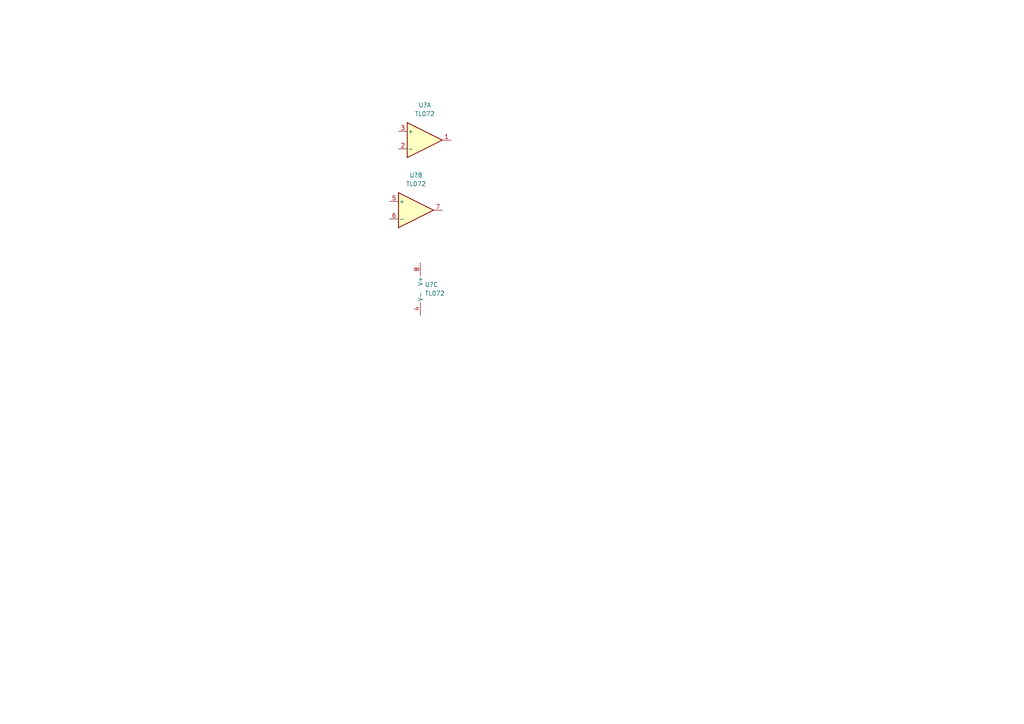
<source format=kicad_sch>
(kicad_sch (version 20250114) (generator "eeschema") (generator_version "9.0")
  (paper "A4")
  (title_block (title "op_amp"))
  (lib_symbols
    (symbol "Amplifier_Operational:TL072" (pin_names (offset 0.127))
      (property "Reference" "U" (at 0 5.08 0))
      (property "Value" "TL072" (at 0 -5.08 0))
      (symbol "TL072_1_1"
        (polyline (pts (xy -5.08 5.08) (xy 5.08 0) (xy -5.08 -5.08) (xy -5.08 5.08)) (stroke (width 0.254)) (fill (type background)))
        (pin input line (at -7.62 2.54 0) (length 2.54) (name "+") (number "3"))
        (pin input line (at -7.62 -2.54 0) (length 2.54) (name "-") (number "2"))
        (pin output line (at 7.62 0 180) (length 2.54) (name "~") (number "1"))
      )
      (symbol "TL072_2_1"
        (polyline (pts (xy -5.08 5.08) (xy 5.08 0) (xy -5.08 -5.08) (xy -5.08 5.08)) (stroke (width 0.254)) (fill (type background)))
        (pin input line (at -7.62 2.54 0) (length 2.54) (name "+") (number "5"))
        (pin input line (at -7.62 -2.54 0) (length 2.54) (name "-") (number "6"))
        (pin output line (at 7.62 0 180) (length 2.54) (name "~") (number "7"))
      )
      (symbol "TL072_3_1"
        (pin power_in line (at -2.54 7.62 270) (length 3.81) (name "V+") (number "8"))
        (pin power_in line (at -2.54 -7.62 90) (length 3.81) (name "V-") (number "4"))
      )
    )
  )
  (symbol (lib_id "Amplifier_Operational:TL072") (at 123.19 40.64 0) (unit 1)
    (property "Reference" "U?" (at 123.19 30.48 0))
    (property "Value" "TL072" (at 123.19 33.02 0))
    (property "Datasheet" "http://www.ti.com/lit/ds/symlink/tl071.pdf" (effects (hide yes)))
    (property "Description" "Dual Low-Noise JFET-Input Operational Amplifiers, DIP-8/SOIC-8" (effects (hide yes)))
  )
  (symbol (lib_id "Amplifier_Operational:TL072") (at 120.65 60.96 0) (unit 2)
    (property "Reference" "U?" (at 120.65 50.8 0))
    (property "Value" "TL072" (at 120.65 53.34 0))
    (property "Datasheet" "http://www.ti.com/lit/ds/symlink/tl071.pdf" (effects (hide yes)))
    (property "Description" "Dual Low-Noise JFET-Input Operational Amplifiers, DIP-8/SOIC-8" (effects (hide yes)))
  )
  (symbol (lib_id "Amplifier_Operational:TL072") (at 124.46 83.82 0) (unit 3)
    (property "Reference" "U?" (at 123.19 82.5499 0) (effects (justify left)))
    (property "Value" "TL072" (at 123.19 85.0899 0) (effects (justify left)))
    (property "Datasheet" "http://www.ti.com/lit/ds/symlink/tl071.pdf" (effects (hide yes)))
    (property "Description" "Dual Low-Noise JFET-Input Operational Amplifiers, DIP-8/SOIC-8" (effects (hide yes)))
  )
)
</source>
